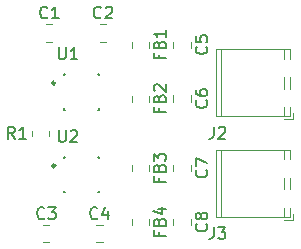
<source format=gbr>
%TF.GenerationSoftware,KiCad,Pcbnew,(5.1.10)-1*%
%TF.CreationDate,2021-10-14T08:55:52-04:00*%
%TF.ProjectId,TP_Final,54505f46-696e-4616-9c2e-6b696361645f,rev?*%
%TF.SameCoordinates,Original*%
%TF.FileFunction,Legend,Top*%
%TF.FilePolarity,Positive*%
%FSLAX46Y46*%
G04 Gerber Fmt 4.6, Leading zero omitted, Abs format (unit mm)*
G04 Created by KiCad (PCBNEW (5.1.10)-1) date 2021-10-14 08:55:52*
%MOMM*%
%LPD*%
G01*
G04 APERTURE LIST*
%ADD10C,0.120000*%
%ADD11C,0.150000*%
%ADD12C,0.250000*%
G04 APERTURE END LIST*
D10*
%TO.C,J2*%
X135100000Y-100810000D02*
X135100000Y-100040000D01*
X135100000Y-98460000D02*
X135100000Y-97500000D01*
X135100000Y-95920000D02*
X135100000Y-95150000D01*
X129800000Y-100810000D02*
X129800000Y-95150000D01*
X129340000Y-100810000D02*
X129340000Y-95150000D01*
X135660000Y-100810000D02*
X135660000Y-100040000D01*
X135660000Y-98460000D02*
X135660000Y-97500000D01*
X135660000Y-95920000D02*
X135660000Y-95150000D01*
X129340000Y-100810000D02*
X135660000Y-100810000D01*
X129340000Y-95150000D02*
X135660000Y-95150000D01*
X135160000Y-101050000D02*
X135900000Y-101050000D01*
X135900000Y-101050000D02*
X135900000Y-100550000D01*
%TO.C,J3*%
X135900000Y-109590000D02*
X135900000Y-109090000D01*
X135160000Y-109590000D02*
X135900000Y-109590000D01*
X129340000Y-103690000D02*
X135660000Y-103690000D01*
X129340000Y-109350000D02*
X135660000Y-109350000D01*
X135660000Y-104460000D02*
X135660000Y-103690000D01*
X135660000Y-107000000D02*
X135660000Y-106040000D01*
X135660000Y-109350000D02*
X135660000Y-108580000D01*
X129340000Y-109350000D02*
X129340000Y-103690000D01*
X129800000Y-109350000D02*
X129800000Y-103690000D01*
X135100000Y-104460000D02*
X135100000Y-103690000D01*
X135100000Y-107000000D02*
X135100000Y-106040000D01*
X135100000Y-109350000D02*
X135100000Y-108580000D01*
D11*
%TO.C,U1*%
X116500000Y-100250000D02*
X116500000Y-100150000D01*
X119500000Y-100250000D02*
X119500000Y-100150000D01*
X119500000Y-97350000D02*
X119500000Y-97250000D01*
X116500000Y-97350000D02*
X116500000Y-97250000D01*
X116500000Y-97250000D02*
X116600000Y-97250000D01*
X119400000Y-97250000D02*
X119500000Y-97250000D01*
X119400000Y-100250000D02*
X119500000Y-100250000D01*
X116500000Y-100250000D02*
X116600000Y-100250000D01*
D12*
X115750000Y-98000000D02*
G75*
G03*
X115750000Y-98000000I-125000J0D01*
G01*
%TO.C,U2*%
X115750000Y-105000000D02*
G75*
G03*
X115750000Y-105000000I-125000J0D01*
G01*
D11*
X116500000Y-107250000D02*
X116600000Y-107250000D01*
X119400000Y-107250000D02*
X119500000Y-107250000D01*
X119400000Y-104250000D02*
X119500000Y-104250000D01*
X116500000Y-104250000D02*
X116600000Y-104250000D01*
X116500000Y-104350000D02*
X116500000Y-104250000D01*
X119500000Y-104350000D02*
X119500000Y-104250000D01*
X119500000Y-107250000D02*
X119500000Y-107150000D01*
X116500000Y-107250000D02*
X116500000Y-107150000D01*
D10*
%TO.C,C1*%
X114988748Y-94485000D02*
X115511252Y-94485000D01*
X114988748Y-93015000D02*
X115511252Y-93015000D01*
%TO.C,C2*%
X119538748Y-93015000D02*
X120061252Y-93015000D01*
X119538748Y-94485000D02*
X120061252Y-94485000D01*
%TO.C,C3*%
X114738748Y-110015000D02*
X115261252Y-110015000D01*
X114738748Y-111485000D02*
X115261252Y-111485000D01*
%TO.C,C4*%
X119238748Y-110015000D02*
X119761252Y-110015000D01*
X119238748Y-111485000D02*
X119761252Y-111485000D01*
%TO.C,C5*%
X125765000Y-94488748D02*
X125765000Y-95011252D01*
X127235000Y-94488748D02*
X127235000Y-95011252D01*
%TO.C,C6*%
X125765000Y-99038748D02*
X125765000Y-99561252D01*
X127235000Y-99038748D02*
X127235000Y-99561252D01*
%TO.C,C7*%
X127235000Y-104938748D02*
X127235000Y-105461252D01*
X125765000Y-104938748D02*
X125765000Y-105461252D01*
%TO.C,C8*%
X125765000Y-109488748D02*
X125765000Y-110011252D01*
X127235000Y-109488748D02*
X127235000Y-110011252D01*
%TO.C,FB1*%
X122290000Y-94491422D02*
X122290000Y-95008578D01*
X123710000Y-94491422D02*
X123710000Y-95008578D01*
%TO.C,FB2*%
X122290000Y-99053922D02*
X122290000Y-99571078D01*
X123710000Y-99053922D02*
X123710000Y-99571078D01*
%TO.C,FB3*%
X123710000Y-104928922D02*
X123710000Y-105446078D01*
X122290000Y-104928922D02*
X122290000Y-105446078D01*
%TO.C,FB4*%
X123710000Y-109491422D02*
X123710000Y-110008578D01*
X122290000Y-109491422D02*
X122290000Y-110008578D01*
%TO.C,R1*%
X113765000Y-102477064D02*
X113765000Y-102022936D01*
X115235000Y-102477064D02*
X115235000Y-102022936D01*
%TO.C,J2*%
D11*
X129166666Y-101702380D02*
X129166666Y-102416666D01*
X129119047Y-102559523D01*
X129023809Y-102654761D01*
X128880952Y-102702380D01*
X128785714Y-102702380D01*
X129595238Y-101797619D02*
X129642857Y-101750000D01*
X129738095Y-101702380D01*
X129976190Y-101702380D01*
X130071428Y-101750000D01*
X130119047Y-101797619D01*
X130166666Y-101892857D01*
X130166666Y-101988095D01*
X130119047Y-102130952D01*
X129547619Y-102702380D01*
X130166666Y-102702380D01*
%TO.C,J3*%
X129166666Y-110202380D02*
X129166666Y-110916666D01*
X129119047Y-111059523D01*
X129023809Y-111154761D01*
X128880952Y-111202380D01*
X128785714Y-111202380D01*
X129547619Y-110202380D02*
X130166666Y-110202380D01*
X129833333Y-110583333D01*
X129976190Y-110583333D01*
X130071428Y-110630952D01*
X130119047Y-110678571D01*
X130166666Y-110773809D01*
X130166666Y-111011904D01*
X130119047Y-111107142D01*
X130071428Y-111154761D01*
X129976190Y-111202380D01*
X129690476Y-111202380D01*
X129595238Y-111154761D01*
X129547619Y-111107142D01*
%TO.C,U1*%
X116060595Y-94977380D02*
X116060595Y-95786904D01*
X116108214Y-95882142D01*
X116155833Y-95929761D01*
X116251071Y-95977380D01*
X116441547Y-95977380D01*
X116536785Y-95929761D01*
X116584404Y-95882142D01*
X116632023Y-95786904D01*
X116632023Y-94977380D01*
X117632023Y-95977380D02*
X117060595Y-95977380D01*
X117346309Y-95977380D02*
X117346309Y-94977380D01*
X117251071Y-95120238D01*
X117155833Y-95215476D01*
X117060595Y-95263095D01*
%TO.C,U2*%
X116060595Y-101977380D02*
X116060595Y-102786904D01*
X116108214Y-102882142D01*
X116155833Y-102929761D01*
X116251071Y-102977380D01*
X116441547Y-102977380D01*
X116536785Y-102929761D01*
X116584404Y-102882142D01*
X116632023Y-102786904D01*
X116632023Y-101977380D01*
X117060595Y-102072619D02*
X117108214Y-102025000D01*
X117203452Y-101977380D01*
X117441547Y-101977380D01*
X117536785Y-102025000D01*
X117584404Y-102072619D01*
X117632023Y-102167857D01*
X117632023Y-102263095D01*
X117584404Y-102405952D01*
X117012976Y-102977380D01*
X117632023Y-102977380D01*
%TO.C,C1*%
X115083333Y-92427142D02*
X115035714Y-92474761D01*
X114892857Y-92522380D01*
X114797619Y-92522380D01*
X114654761Y-92474761D01*
X114559523Y-92379523D01*
X114511904Y-92284285D01*
X114464285Y-92093809D01*
X114464285Y-91950952D01*
X114511904Y-91760476D01*
X114559523Y-91665238D01*
X114654761Y-91570000D01*
X114797619Y-91522380D01*
X114892857Y-91522380D01*
X115035714Y-91570000D01*
X115083333Y-91617619D01*
X116035714Y-92522380D02*
X115464285Y-92522380D01*
X115750000Y-92522380D02*
X115750000Y-91522380D01*
X115654761Y-91665238D01*
X115559523Y-91760476D01*
X115464285Y-91808095D01*
%TO.C,C2*%
X119633333Y-92427142D02*
X119585714Y-92474761D01*
X119442857Y-92522380D01*
X119347619Y-92522380D01*
X119204761Y-92474761D01*
X119109523Y-92379523D01*
X119061904Y-92284285D01*
X119014285Y-92093809D01*
X119014285Y-91950952D01*
X119061904Y-91760476D01*
X119109523Y-91665238D01*
X119204761Y-91570000D01*
X119347619Y-91522380D01*
X119442857Y-91522380D01*
X119585714Y-91570000D01*
X119633333Y-91617619D01*
X120014285Y-91617619D02*
X120061904Y-91570000D01*
X120157142Y-91522380D01*
X120395238Y-91522380D01*
X120490476Y-91570000D01*
X120538095Y-91617619D01*
X120585714Y-91712857D01*
X120585714Y-91808095D01*
X120538095Y-91950952D01*
X119966666Y-92522380D01*
X120585714Y-92522380D01*
%TO.C,C3*%
X114833333Y-109427142D02*
X114785714Y-109474761D01*
X114642857Y-109522380D01*
X114547619Y-109522380D01*
X114404761Y-109474761D01*
X114309523Y-109379523D01*
X114261904Y-109284285D01*
X114214285Y-109093809D01*
X114214285Y-108950952D01*
X114261904Y-108760476D01*
X114309523Y-108665238D01*
X114404761Y-108570000D01*
X114547619Y-108522380D01*
X114642857Y-108522380D01*
X114785714Y-108570000D01*
X114833333Y-108617619D01*
X115166666Y-108522380D02*
X115785714Y-108522380D01*
X115452380Y-108903333D01*
X115595238Y-108903333D01*
X115690476Y-108950952D01*
X115738095Y-108998571D01*
X115785714Y-109093809D01*
X115785714Y-109331904D01*
X115738095Y-109427142D01*
X115690476Y-109474761D01*
X115595238Y-109522380D01*
X115309523Y-109522380D01*
X115214285Y-109474761D01*
X115166666Y-109427142D01*
%TO.C,C4*%
X119333333Y-109427142D02*
X119285714Y-109474761D01*
X119142857Y-109522380D01*
X119047619Y-109522380D01*
X118904761Y-109474761D01*
X118809523Y-109379523D01*
X118761904Y-109284285D01*
X118714285Y-109093809D01*
X118714285Y-108950952D01*
X118761904Y-108760476D01*
X118809523Y-108665238D01*
X118904761Y-108570000D01*
X119047619Y-108522380D01*
X119142857Y-108522380D01*
X119285714Y-108570000D01*
X119333333Y-108617619D01*
X120190476Y-108855714D02*
X120190476Y-109522380D01*
X119952380Y-108474761D02*
X119714285Y-109189047D01*
X120333333Y-109189047D01*
%TO.C,C5*%
X128537142Y-94916666D02*
X128584761Y-94964285D01*
X128632380Y-95107142D01*
X128632380Y-95202380D01*
X128584761Y-95345238D01*
X128489523Y-95440476D01*
X128394285Y-95488095D01*
X128203809Y-95535714D01*
X128060952Y-95535714D01*
X127870476Y-95488095D01*
X127775238Y-95440476D01*
X127680000Y-95345238D01*
X127632380Y-95202380D01*
X127632380Y-95107142D01*
X127680000Y-94964285D01*
X127727619Y-94916666D01*
X127632380Y-94011904D02*
X127632380Y-94488095D01*
X128108571Y-94535714D01*
X128060952Y-94488095D01*
X128013333Y-94392857D01*
X128013333Y-94154761D01*
X128060952Y-94059523D01*
X128108571Y-94011904D01*
X128203809Y-93964285D01*
X128441904Y-93964285D01*
X128537142Y-94011904D01*
X128584761Y-94059523D01*
X128632380Y-94154761D01*
X128632380Y-94392857D01*
X128584761Y-94488095D01*
X128537142Y-94535714D01*
%TO.C,C6*%
X128537142Y-99466666D02*
X128584761Y-99514285D01*
X128632380Y-99657142D01*
X128632380Y-99752380D01*
X128584761Y-99895238D01*
X128489523Y-99990476D01*
X128394285Y-100038095D01*
X128203809Y-100085714D01*
X128060952Y-100085714D01*
X127870476Y-100038095D01*
X127775238Y-99990476D01*
X127680000Y-99895238D01*
X127632380Y-99752380D01*
X127632380Y-99657142D01*
X127680000Y-99514285D01*
X127727619Y-99466666D01*
X127632380Y-98609523D02*
X127632380Y-98800000D01*
X127680000Y-98895238D01*
X127727619Y-98942857D01*
X127870476Y-99038095D01*
X128060952Y-99085714D01*
X128441904Y-99085714D01*
X128537142Y-99038095D01*
X128584761Y-98990476D01*
X128632380Y-98895238D01*
X128632380Y-98704761D01*
X128584761Y-98609523D01*
X128537142Y-98561904D01*
X128441904Y-98514285D01*
X128203809Y-98514285D01*
X128108571Y-98561904D01*
X128060952Y-98609523D01*
X128013333Y-98704761D01*
X128013333Y-98895238D01*
X128060952Y-98990476D01*
X128108571Y-99038095D01*
X128203809Y-99085714D01*
%TO.C,C7*%
X128537142Y-105366666D02*
X128584761Y-105414285D01*
X128632380Y-105557142D01*
X128632380Y-105652380D01*
X128584761Y-105795238D01*
X128489523Y-105890476D01*
X128394285Y-105938095D01*
X128203809Y-105985714D01*
X128060952Y-105985714D01*
X127870476Y-105938095D01*
X127775238Y-105890476D01*
X127680000Y-105795238D01*
X127632380Y-105652380D01*
X127632380Y-105557142D01*
X127680000Y-105414285D01*
X127727619Y-105366666D01*
X127632380Y-105033333D02*
X127632380Y-104366666D01*
X128632380Y-104795238D01*
%TO.C,C8*%
X128537142Y-109916666D02*
X128584761Y-109964285D01*
X128632380Y-110107142D01*
X128632380Y-110202380D01*
X128584761Y-110345238D01*
X128489523Y-110440476D01*
X128394285Y-110488095D01*
X128203809Y-110535714D01*
X128060952Y-110535714D01*
X127870476Y-110488095D01*
X127775238Y-110440476D01*
X127680000Y-110345238D01*
X127632380Y-110202380D01*
X127632380Y-110107142D01*
X127680000Y-109964285D01*
X127727619Y-109916666D01*
X128060952Y-109345238D02*
X128013333Y-109440476D01*
X127965714Y-109488095D01*
X127870476Y-109535714D01*
X127822857Y-109535714D01*
X127727619Y-109488095D01*
X127680000Y-109440476D01*
X127632380Y-109345238D01*
X127632380Y-109154761D01*
X127680000Y-109059523D01*
X127727619Y-109011904D01*
X127822857Y-108964285D01*
X127870476Y-108964285D01*
X127965714Y-109011904D01*
X128013333Y-109059523D01*
X128060952Y-109154761D01*
X128060952Y-109345238D01*
X128108571Y-109440476D01*
X128156190Y-109488095D01*
X128251428Y-109535714D01*
X128441904Y-109535714D01*
X128537142Y-109488095D01*
X128584761Y-109440476D01*
X128632380Y-109345238D01*
X128632380Y-109154761D01*
X128584761Y-109059523D01*
X128537142Y-109011904D01*
X128441904Y-108964285D01*
X128251428Y-108964285D01*
X128156190Y-109011904D01*
X128108571Y-109059523D01*
X128060952Y-109154761D01*
%TO.C,FB1*%
X124578571Y-95583333D02*
X124578571Y-95916666D01*
X125102380Y-95916666D02*
X124102380Y-95916666D01*
X124102380Y-95440476D01*
X124578571Y-94726190D02*
X124626190Y-94583333D01*
X124673809Y-94535714D01*
X124769047Y-94488095D01*
X124911904Y-94488095D01*
X125007142Y-94535714D01*
X125054761Y-94583333D01*
X125102380Y-94678571D01*
X125102380Y-95059523D01*
X124102380Y-95059523D01*
X124102380Y-94726190D01*
X124150000Y-94630952D01*
X124197619Y-94583333D01*
X124292857Y-94535714D01*
X124388095Y-94535714D01*
X124483333Y-94583333D01*
X124530952Y-94630952D01*
X124578571Y-94726190D01*
X124578571Y-95059523D01*
X125102380Y-93535714D02*
X125102380Y-94107142D01*
X125102380Y-93821428D02*
X124102380Y-93821428D01*
X124245238Y-93916666D01*
X124340476Y-94011904D01*
X124388095Y-94107142D01*
%TO.C,FB2*%
X124578571Y-100145833D02*
X124578571Y-100479166D01*
X125102380Y-100479166D02*
X124102380Y-100479166D01*
X124102380Y-100002976D01*
X124578571Y-99288690D02*
X124626190Y-99145833D01*
X124673809Y-99098214D01*
X124769047Y-99050595D01*
X124911904Y-99050595D01*
X125007142Y-99098214D01*
X125054761Y-99145833D01*
X125102380Y-99241071D01*
X125102380Y-99622023D01*
X124102380Y-99622023D01*
X124102380Y-99288690D01*
X124150000Y-99193452D01*
X124197619Y-99145833D01*
X124292857Y-99098214D01*
X124388095Y-99098214D01*
X124483333Y-99145833D01*
X124530952Y-99193452D01*
X124578571Y-99288690D01*
X124578571Y-99622023D01*
X124197619Y-98669642D02*
X124150000Y-98622023D01*
X124102380Y-98526785D01*
X124102380Y-98288690D01*
X124150000Y-98193452D01*
X124197619Y-98145833D01*
X124292857Y-98098214D01*
X124388095Y-98098214D01*
X124530952Y-98145833D01*
X125102380Y-98717261D01*
X125102380Y-98098214D01*
%TO.C,FB3*%
X124578571Y-106020833D02*
X124578571Y-106354166D01*
X125102380Y-106354166D02*
X124102380Y-106354166D01*
X124102380Y-105877976D01*
X124578571Y-105163690D02*
X124626190Y-105020833D01*
X124673809Y-104973214D01*
X124769047Y-104925595D01*
X124911904Y-104925595D01*
X125007142Y-104973214D01*
X125054761Y-105020833D01*
X125102380Y-105116071D01*
X125102380Y-105497023D01*
X124102380Y-105497023D01*
X124102380Y-105163690D01*
X124150000Y-105068452D01*
X124197619Y-105020833D01*
X124292857Y-104973214D01*
X124388095Y-104973214D01*
X124483333Y-105020833D01*
X124530952Y-105068452D01*
X124578571Y-105163690D01*
X124578571Y-105497023D01*
X124102380Y-104592261D02*
X124102380Y-103973214D01*
X124483333Y-104306547D01*
X124483333Y-104163690D01*
X124530952Y-104068452D01*
X124578571Y-104020833D01*
X124673809Y-103973214D01*
X124911904Y-103973214D01*
X125007142Y-104020833D01*
X125054761Y-104068452D01*
X125102380Y-104163690D01*
X125102380Y-104449404D01*
X125054761Y-104544642D01*
X125007142Y-104592261D01*
%TO.C,FB4*%
X124578571Y-110583333D02*
X124578571Y-110916666D01*
X125102380Y-110916666D02*
X124102380Y-110916666D01*
X124102380Y-110440476D01*
X124578571Y-109726190D02*
X124626190Y-109583333D01*
X124673809Y-109535714D01*
X124769047Y-109488095D01*
X124911904Y-109488095D01*
X125007142Y-109535714D01*
X125054761Y-109583333D01*
X125102380Y-109678571D01*
X125102380Y-110059523D01*
X124102380Y-110059523D01*
X124102380Y-109726190D01*
X124150000Y-109630952D01*
X124197619Y-109583333D01*
X124292857Y-109535714D01*
X124388095Y-109535714D01*
X124483333Y-109583333D01*
X124530952Y-109630952D01*
X124578571Y-109726190D01*
X124578571Y-110059523D01*
X124435714Y-108630952D02*
X125102380Y-108630952D01*
X124054761Y-108869047D02*
X124769047Y-109107142D01*
X124769047Y-108488095D01*
%TO.C,R1*%
X112333333Y-102702380D02*
X112000000Y-102226190D01*
X111761904Y-102702380D02*
X111761904Y-101702380D01*
X112142857Y-101702380D01*
X112238095Y-101750000D01*
X112285714Y-101797619D01*
X112333333Y-101892857D01*
X112333333Y-102035714D01*
X112285714Y-102130952D01*
X112238095Y-102178571D01*
X112142857Y-102226190D01*
X111761904Y-102226190D01*
X113285714Y-102702380D02*
X112714285Y-102702380D01*
X113000000Y-102702380D02*
X113000000Y-101702380D01*
X112904761Y-101845238D01*
X112809523Y-101940476D01*
X112714285Y-101988095D01*
%TD*%
M02*

</source>
